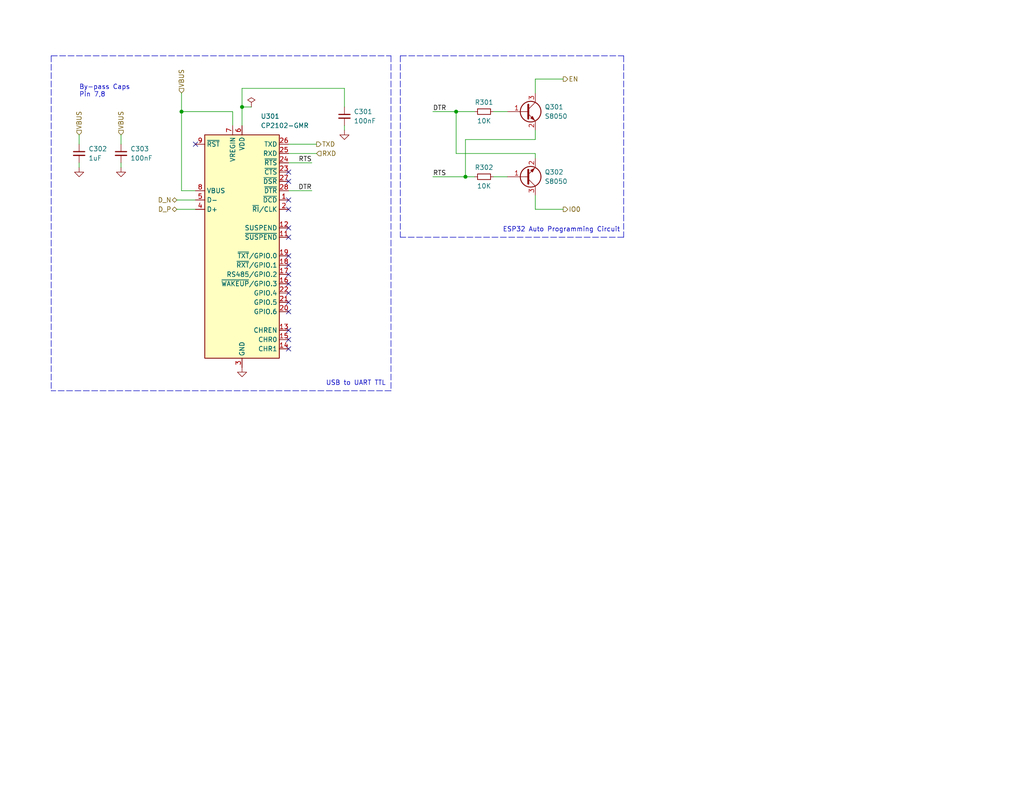
<source format=kicad_sch>
(kicad_sch (version 20230121) (generator eeschema)
  (paper "USLetter")
  (title_block (title "USB to UART / Auto-Programmer for ESP32") (date "2023-02-07") (rev "A") (company "Joshua Butler, MD, MHI"))
  (lib_symbols
    (symbol "Device:C_Small" (pin_numbers hide) (pin_names (offset 0.254) hide)
      (property "Reference" "C" (at 0.254 1.778 0))
      (property "Value" "C_Small" (at 0.254 -2.032 0))
      (symbol "C_Small_0_1"
        (polyline (pts (xy -1.524 -0.508) (xy 1.524 -0.508)) (stroke (width 0.3302)))
        (polyline (pts (xy -1.524 0.508) (xy 1.524 0.508)) (stroke (width 0.3048)))
      )
      (symbol "C_Small_1_1"
        (pin passive line (at 0 2.54 270) (length 2.032) (name "~") (number "1"))
        (pin passive line (at 0 -2.54 90) (length 2.032) (name "~") (number "2"))
      )
    )
    (symbol "Device:R_Small" (pin_numbers hide) (pin_names (offset 0.254) hide)
      (property "Reference" "R" (at 0.762 0.508 0))
      (property "Value" "R_Small" (at 0.762 -1.016 0))
      (symbol "R_Small_0_1"
        (rectangle (start -0.762 1.778) (end 0.762 -1.778) (stroke (width 0.2032)))
      )
      (symbol "R_Small_1_1"
        (pin passive line (at 0 2.54 270) (length 0.762) (name "~") (number "1"))
        (pin passive line (at 0 -2.54 90) (length 0.762) (name "~") (number "2"))
      )
    )
    (symbol "Interface_USB:CP2102N-Axx-xQFN28"
      (property "Reference" "U" (at -8.89 31.75 0))
      (property "Value" "CP2102N-Axx-xQFN28" (at 12.7 31.75 0))
      (symbol "CP2102N-Axx-xQFN28_0_1"
        (rectangle (start -10.16 30.48) (end 10.16 -30.48) (stroke (width 0.254)) (fill (type background)))
      )
      (symbol "CP2102N-Axx-xQFN28_1_1"
        (pin input line (at 12.7 12.7 180) (length 2.54) (name "~{DCD}") (number "1"))
        (pin no_connect line (at -10.16 -27.94 0) (length 2.54) hide (name "NC") (number "10"))
        (pin output line (at 12.7 2.54 180) (length 2.54) (name "~{SUSPEND}") (number "11"))
        (pin output line (at 12.7 5.08 180) (length 2.54) (name "SUSPEND") (number "12"))
        (pin output line (at 12.7 -22.86 180) (length 2.54) (name "CHREN") (number "13"))
        (pin output line (at 12.7 -27.94 180) (length 2.54) (name "CHR1") (number "14"))
        (pin output line (at 12.7 -25.4 180) (length 2.54) (name "CHR0") (number "15"))
        (pin bidirectional line (at 12.7 -10.16 180) (length 2.54) (name "~{WAKEUP}/GPIO.3") (number "16"))
        (pin bidirectional line (at 12.7 -7.62 180) (length 2.54) (name "RS485/GPIO.2") (number "17"))
        (pin bidirectional line (at 12.7 -5.08 180) (length 2.54) (name "~{RXT}/GPIO.1") (number "18"))
        (pin bidirectional line (at 12.7 -2.54 180) (length 2.54) (name "~{TXT}/GPIO.0") (number "19"))
        (pin bidirectional line (at 12.7 10.16 180) (length 2.54) (name "~{RI}/CLK") (number "2"))
        (pin bidirectional line (at 12.7 -17.78 180) (length 2.54) (name "GPIO.6") (number "20"))
        (pin bidirectional line (at 12.7 -15.24 180) (length 2.54) (name "GPIO.5") (number "21"))
        (pin bidirectional line (at 12.7 -12.7 180) (length 2.54) (name "GPIO.4") (number "22"))
        (pin input line (at 12.7 20.32 180) (length 2.54) (name "~{CTS}") (number "23"))
        (pin output line (at 12.7 22.86 180) (length 2.54) (name "~{RTS}") (number "24"))
        (pin input line (at 12.7 25.4 180) (length 2.54) (name "RXD") (number "25"))
        (pin output line (at 12.7 27.94 180) (length 2.54) (name "TXD") (number "26"))
        (pin input line (at 12.7 17.78 180) (length 2.54) (name "~{DSR}") (number "27"))
        (pin output line (at 12.7 15.24 180) (length 2.54) (name "~{DTR}") (number "28"))
        (pin passive line (at 0 -33.02 90) (length 2.54) hide (name "GND") (number "29"))
        (pin power_in line (at 0 -33.02 90) (length 2.54) (name "GND") (number "3"))
        (pin bidirectional line (at -12.7 10.16 0) (length 2.54) (name "D+") (number "4"))
        (pin bidirectional line (at -12.7 12.7 0) (length 2.54) (name "D-") (number "5"))
        (pin power_in line (at 0 33.02 270) (length 2.54) (name "VDD") (number "6"))
        (pin power_in line (at -2.54 33.02 270) (length 2.54) (name "VREGIN") (number "7"))
        (pin input line (at -12.7 15.24 0) (length 2.54) (name "VBUS") (number "8"))
        (pin input line (at -12.7 27.94 0) (length 2.54) (name "~{RST}") (number "9"))
      )
    )
    (symbol "Transistor_BJT:MMBTA42" (pin_names (offset 0) hide)
      (property "Reference" "Q" (at 5.08 1.905 0))
      (property "Value" "MMBTA42" (at 5.08 0 0))
      (symbol "MMBTA42_0_1"
        (polyline (pts (xy 0 0) (xy 0.635 0)))
        (polyline (pts (xy 0.635 0.635) (xy 2.54 2.54)))
        (polyline (pts (xy 0.635 -0.635) (xy 2.54 -2.54) (xy 2.54 -2.54)))
        (polyline (pts (xy 0.635 1.905) (xy 0.635 -1.905) (xy 0.635 -1.905)) (stroke (width 0.508)))
        (polyline (pts (xy 1.27 -1.778) (xy 1.778 -1.27) (xy 2.286 -2.286) (xy 1.27 -1.778) (xy 1.27 -1.778)) (fill (type outline)))
        (circle (center 1.27 0) (radius 2.8194) (stroke (width 0.254)))
      )
      (symbol "MMBTA42_1_1"
        (pin input line (at -5.08 0 0) (length 5.08) (name "B") (number "1"))
        (pin passive line (at 2.54 -5.08 90) (length 2.54) (name "E") (number "2"))
        (pin passive line (at 2.54 5.08 270) (length 2.54) (name "C") (number "3"))
      )
    )
    (symbol "power:GND" (power) (pin_names (offset 0))
      (property "Value" "GND" (at 0 -3.81 0))
      (symbol "GND_0_1"
        (polyline (pts (xy 0 0) (xy 0 -1.27) (xy 1.27 -1.27) (xy 0 -2.54) (xy -1.27 -1.27) (xy 0 -1.27)))
      )
      (symbol "GND_1_1"
        (pin power_in line (at 0 0 270) (length 0) hide (name "GND") (number "1"))
      )
    )
    (symbol "power:PWR_FLAG" (power) (pin_numbers hide) (pin_names (offset 0) hide)
      (property "Value" "PWR_FLAG" (at 0 3.81 0))
      (symbol "PWR_FLAG_0_0"
        (pin power_out line (at 0 0 90) (length 0) (name "pwr") (number "1"))
      )
      (symbol "PWR_FLAG_0_1"
        (polyline (pts (xy 0 0) (xy 0 1.27) (xy -1.016 1.905) (xy 0 2.54) (xy 1.016 1.905) (xy 0 1.27)))
      )
    )
  )
  (junction (at 127 48.26))
  (junction (at 66.04 29.21))
  (junction (at 49.53 30.48))
  (junction (at 124.46 30.48))
  (no_connect (at 78.74 74.93))
  (no_connect (at 78.74 62.23))
  (no_connect (at 78.74 80.01))
  (no_connect (at 78.74 57.15))
  (no_connect (at 78.74 92.71))
  (no_connect (at 78.74 54.61))
  (no_connect (at 78.74 90.17))
  (no_connect (at 78.74 49.53))
  (no_connect (at 78.74 72.39))
  (no_connect (at 78.74 64.77))
  (no_connect (at 78.74 69.85))
  (no_connect (at 78.74 77.47))
  (no_connect (at 78.74 46.99))
  (no_connect (at 78.74 95.25))
  (no_connect (at 53.34 39.37))
  (no_connect (at 78.74 82.55))
  (no_connect (at 78.74 85.09))
  (polyline (pts (xy 170.18 15.24) (xy 170.18 64.77)) (stroke (width 0) (type dash)))
  (wire (pts (xy 33.02 36.83) (xy 33.02 39.37)))
  (wire (pts (xy 134.62 30.48) (xy 138.43 30.48)))
  (wire (pts (xy 66.04 24.13) (xy 66.04 29.21)))
  (wire (pts (xy 33.02 44.45) (xy 33.02 45.72)))
  (wire (pts (xy 78.74 44.45) (xy 85.09 44.45)))
  (wire (pts (xy 146.05 53.34) (xy 146.05 57.15)))
  (wire (pts (xy 124.46 41.91) (xy 124.46 30.48)))
  (wire (pts (xy 63.5 34.29) (xy 63.5 30.48)))
  (wire (pts (xy 146.05 25.4) (xy 146.05 21.59)))
  (wire (pts (xy 78.74 39.37) (xy 86.36 39.37)))
  (wire (pts (xy 93.98 24.13) (xy 66.04 24.13)))
  (wire (pts (xy 146.05 38.1) (xy 127 38.1)))
  (wire (pts (xy 146.05 41.91) (xy 124.46 41.91)))
  (polyline (pts (xy 109.22 15.24) (xy 109.22 64.77)) (stroke (width 0) (type dash)))
  (wire (pts (xy 127 48.26) (xy 129.54 48.26)))
  (polyline (pts (xy 170.18 64.77) (xy 109.22 64.77)) (stroke (width 0) (type dash)))
  (wire (pts (xy 66.04 29.21) (xy 68.58 29.21)))
  (wire (pts (xy 49.53 25.4) (xy 49.53 30.48)))
  (wire (pts (xy 118.11 48.26) (xy 127 48.26)))
  (wire (pts (xy 93.98 24.13) (xy 93.98 29.21)))
  (polyline (pts (xy 13.97 15.24) (xy 106.68 15.24)) (stroke (width 0) (type dash)))
  (wire (pts (xy 66.04 29.21) (xy 66.04 34.29)))
  (wire (pts (xy 21.59 44.45) (xy 21.59 45.72)))
  (polyline (pts (xy 109.22 15.24) (xy 170.18 15.24)) (stroke (width 0) (type dash)))
  (wire (pts (xy 78.74 41.91) (xy 86.36 41.91)))
  (wire (pts (xy 21.59 36.83) (xy 21.59 39.37)))
  (wire (pts (xy 127 38.1) (xy 127 48.26)))
  (polyline (pts (xy 106.68 15.24) (xy 106.68 106.68)) (stroke (width 0) (type dash)))
  (wire (pts (xy 48.26 54.61) (xy 53.34 54.61)))
  (wire (pts (xy 146.05 38.1) (xy 146.05 35.56)))
  (polyline (pts (xy 13.97 15.24) (xy 13.97 106.68)) (stroke (width 0) (type dash)))
  (wire (pts (xy 93.98 34.29) (xy 93.98 35.56)))
  (wire (pts (xy 118.11 30.48) (xy 124.46 30.48)))
  (wire (pts (xy 134.62 48.26) (xy 138.43 48.26)))
  (wire (pts (xy 49.53 30.48) (xy 49.53 52.07)))
  (wire (pts (xy 49.53 52.07) (xy 53.34 52.07)))
  (wire (pts (xy 146.05 21.59) (xy 153.67 21.59)))
  (wire (pts (xy 85.09 52.07) (xy 78.74 52.07)))
  (wire (pts (xy 48.26 57.15) (xy 53.34 57.15)))
  (wire (pts (xy 146.05 57.15) (xy 153.67 57.15)))
  (wire (pts (xy 124.46 30.48) (xy 129.54 30.48)))
  (wire (pts (xy 63.5 30.48) (xy 49.53 30.48)))
  (polyline (pts (xy 106.68 106.68) (xy 13.97 106.68)) (stroke (width 0) (type dash)))
  (wire (pts (xy 146.05 41.91) (xy 146.05 43.18)))
  (text "By-pass Caps\nPin 7,8" (at 21.59 26.67 0) (effects (font (size 1.27 1.27)) (justify left bottom)))
  (text "USB to UART TTL" (at 88.9 105.41 0) (effects (font (size 1.27 1.27)) (justify left bottom)))
  (text "ESP32 Auto Programming Circuit" (at 137.16 63.5 0) (effects (font (size 1.27 1.27)) (justify left bottom)))
  (label "RTS" (at 85.09 44.45 180))
  (label "DTR" (at 118.11 30.48 0))
  (label "RTS" (at 118.11 48.26 0))
  (label "DTR" (at 85.09 52.07 180))
  (hierarchical_label "D_P" (shape bidirectional) (at 48.26 57.15 180))
  (hierarchical_label "VBUS" (shape input) (at 49.53 25.4 90))
  (hierarchical_label "VBUS" (shape input) (at 21.59 36.83 90))
  (hierarchical_label "RXD" (shape input) (at 86.36 41.91 0))
  (hierarchical_label "VBUS" (shape input) (at 33.02 36.83 90))
  (hierarchical_label "EN" (shape output) (at 153.67 21.59 0))
  (hierarchical_label "TXD" (shape output) (at 86.36 39.37 0))
  (hierarchical_label "D_N" (shape bidirectional) (at 48.26 54.61 180))
  (hierarchical_label "IO0" (shape output) (at 153.67 57.15 0))
  (symbol (lib_id "Device:R_Small") (at 132.08 30.48 270) (mirror x) (unit 1)
    (property "Reference" "R301" (at 132.08 27.94 90))
    (property "Value" "10K" (at 132.08 33.02 90))
    (property "Footprint" "Resistor_SMD:R_0603_1608Metric" (effects hide))
    (property "LCSC" "C25804" (effects hide))
  )
  (symbol (lib_id "Interface_USB:CP2102N-Axx-xQFN28") (at 66.04 67.31 0) (unit 1)
    (property "Reference" "U301" (at 71.12 31.75 0) (effects (justify left)))
    (property "Value" "CP2102-GMR" (at 71.12 34.29 0) (effects (justify left)))
    (property "Footprint" "Package_DFN_QFN:QFN-28-1EP_5x5mm_P0.5mm_EP3.35x3.35mm" (effects hide))
    (property "Datasheet" "https://www.silabs.com/documents/public/data-sheets/cp2102n-datasheet.pdf" (effects hide))
    (property "LCSC" "C6568" (effects hide))
  )
  (symbol (lib_id "Transistor_BJT:MMBTA42") (at 143.51 48.26 0) (mirror x) (unit 1)
    (property "Reference" "Q302" (at 148.59 46.9899 0) (effects (justify left)))
    (property "Value" "S8050" (at 148.59 49.5299 0) (effects (justify left)))
    (property "Footprint" "Package_TO_SOT_SMD:SOT-23" (effects hide))
    (property "Datasheet" "https://www.onsemi.com/pub/Collateral/MMBTA42LT1-D.PDF" (effects hide))
    (property "LCSC" "C2146" (effects hide))
  )
  (symbol (lib_id "Device:C_Small") (at 33.02 41.91 0) (unit 1)
    (property "Reference" "C303" (at 35.56 40.6462 0) (effects (justify left)))
    (property "Value" "100nF" (at 35.56 43.1862 0) (effects (justify left)))
    (property "Footprint" "Capacitor_SMD:C_0603_1608Metric" (effects hide))
    (property "LCSC" "C14663" (effects hide))
  )
  (symbol (lib_id "power:PWR_FLAG") (at 68.58 29.21 0) (unit 1)
    (property "Reference" "#FLG0301" (effects hide))
    (property "Value" "PWR_FLAG" (effects hide))
  )
  (symbol (lib_id "power:GND") (at 66.04 100.33 0) (unit 1)
    (property "Reference" "#PWR0304" (effects hide))
    (property "Value" "GND" (effects hide))
  )
  (symbol (lib_id "Device:R_Small") (at 132.08 48.26 270) (mirror x) (unit 1)
    (property "Reference" "R302" (at 132.08 45.72 90))
    (property "Value" "10K" (at 132.08 50.8 90))
    (property "Footprint" "Resistor_SMD:R_0603_1608Metric" (effects hide))
    (property "LCSC" "C25804" (effects hide))
  )
  (symbol (lib_id "power:GND") (at 33.02 45.72 0) (unit 1)
    (property "Reference" "#PWR0303" (effects hide))
    (property "Value" "GND" (effects hide))
  )
  (symbol (lib_id "Device:C_Small") (at 21.59 41.91 0) (unit 1)
    (property "Reference" "C302" (at 24.13 40.6462 0) (effects (justify left)))
    (property "Value" "1uF" (at 24.13 43.1862 0) (effects (justify left)))
    (property "Footprint" "Capacitor_SMD:C_0603_1608Metric" (effects hide))
    (property "LCSC" "C14663" (effects hide))
  )
  (symbol (lib_id "power:GND") (at 21.59 45.72 0) (unit 1)
    (property "Reference" "#PWR0302" (effects hide))
    (property "Value" "GND" (effects hide))
  )
  (symbol (lib_id "Transistor_BJT:MMBTA42") (at 143.51 30.48 0) (unit 1)
    (property "Reference" "Q301" (at 148.59 29.2099 0) (effects (justify left)))
    (property "Value" "S8050" (at 148.59 31.7499 0) (effects (justify left)))
    (property "Footprint" "Package_TO_SOT_SMD:SOT-23" (effects hide))
    (property "Datasheet" "https://www.onsemi.com/pub/Collateral/MMBTA42LT1-D.PDF" (effects hide))
    (property "LCSC" "C2146" (effects hide))
  )
  (symbol (lib_id "power:GND") (at 93.98 35.56 0) (unit 1)
    (property "Reference" "#PWR0301" (effects hide))
    (property "Value" "GND" (effects hide))
  )
  (symbol (lib_id "Device:C_Small") (at 93.98 31.75 0) (unit 1)
    (property "Reference" "C301" (at 96.52 30.4862 0) (effects (justify left)))
    (property "Value" "100nF" (at 96.52 33.0262 0) (effects (justify left)))
    (property "Footprint" "Capacitor_SMD:C_0603_1608Metric" (effects hide))
    (property "LCSC" "C14663" (effects hide))
  )
)
</source>
